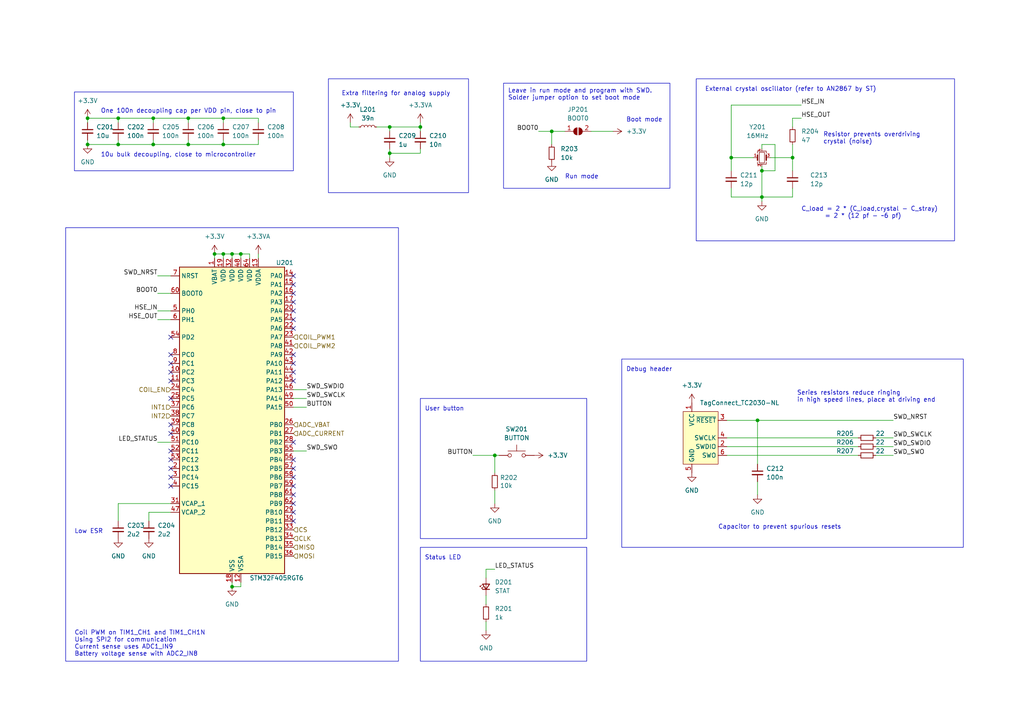
<source format=kicad_sch>
(kicad_sch (version 20230121) (generator eeschema)
  (paper "A4")
  (lib_symbols
    (symbol "Connector:Conn_ARM_SWD_TagConnect_TC2030-NL" (in_bom no)
      (property "Reference" "J" (at 2.54 11.43 0))
      (property "Value" "Conn_ARM_SWD_TagConnect_TC2030-NL" (at 2.54 8.89 0))
      (symbol "Conn_ARM_SWD_TagConnect_TC2030-NL_0_0"
        (pin power_in line (at -2.54 10.16 270) (length 2.54) (name "VCC") (number "1"))
        (pin bidirectional line (at 7.62 -2.54 180) (length 2.54) (name "SWDIO") (number "2"))
        (pin open_collector line (at 7.62 5.08 180) (length 2.54) (name "~{RESET}") (number "3"))
        (pin output line (at 7.62 0 180) (length 2.54) (name "SWCLK") (number "4"))
        (pin power_in line (at -2.54 -10.16 90) (length 2.54) (name "GND") (number "5"))
        (pin input line (at 7.62 -5.08 180) (length 2.54) (name "SWO") (number "6"))
      )
      (symbol "Conn_ARM_SWD_TagConnect_TC2030-NL_0_1"
        (rectangle (start -5.08 7.62) (end 5.08 -7.62) (fill (type background)))
      )
    )
    (symbol "Device:C_Small" (pin_numbers hide) (pin_names (offset 0.254) hide)
      (property "Reference" "C" (at 0.254 1.778 0))
      (property "Value" "C_Small" (at 0.254 -2.032 0))
      (symbol "C_Small_0_1"
        (polyline (pts (xy -1.524 -0.508) (xy 1.524 -0.508)) (stroke (width 0.3302)))
        (polyline (pts (xy -1.524 0.508) (xy 1.524 0.508)) (stroke (width 0.3048)))
      )
      (symbol "C_Small_1_1"
        (pin passive line (at 0 2.54 270) (length 2.032) (name "~") (number "1"))
        (pin passive line (at 0 -2.54 90) (length 2.032) (name "~") (number "2"))
      )
    )
    (symbol "Device:Crystal_GND24_Small" (pin_names (offset 1.016) hide)
      (property "Reference" "Y" (at 1.27 4.445 0))
      (property "Value" "Crystal_GND24_Small" (at 1.27 2.54 0))
      (symbol "Crystal_GND24_Small_0_1"
        (rectangle (start -0.762 -1.524) (end 0.762 1.524))
        (polyline (pts (xy -1.27 -0.762) (xy -1.27 0.762)) (stroke (width 0.381)))
        (polyline (pts (xy 1.27 -0.762) (xy 1.27 0.762)) (stroke (width 0.381)))
        (polyline (pts (xy -1.27 -1.27) (xy -1.27 -1.905) (xy 1.27 -1.905) (xy 1.27 -1.27)))
        (polyline (pts (xy -1.27 1.27) (xy -1.27 1.905) (xy 1.27 1.905) (xy 1.27 1.27)))
      )
      (symbol "Crystal_GND24_Small_1_1"
        (pin passive line (at -2.54 0 0) (length 1.27) (name "1") (number "1"))
        (pin passive line (at 0 -2.54 90) (length 0.635) (name "2") (number "2"))
        (pin passive line (at 2.54 0 180) (length 1.27) (name "3") (number "3"))
        (pin passive line (at 0 2.54 270) (length 0.635) (name "4") (number "4"))
      )
    )
    (symbol "Device:LED_Small" (pin_numbers hide) (pin_names (offset 0.254) hide)
      (property "Reference" "D" (at -1.27 3.175 0))
      (property "Value" "LED_Small" (at -4.445 -2.54 0))
      (symbol "LED_Small_0_1"
        (polyline (pts (xy -0.762 -1.016) (xy -0.762 1.016)) (stroke (width 0.254)))
        (polyline (pts (xy 1.016 0) (xy -0.762 0)))
        (polyline (pts (xy 0.762 -1.016) (xy -0.762 0) (xy 0.762 1.016) (xy 0.762 -1.016)) (stroke (width 0.254)))
        (polyline (pts (xy 0 0.762) (xy -0.508 1.27) (xy -0.254 1.27) (xy -0.508 1.27) (xy -0.508 1.016)))
        (polyline (pts (xy 0.508 1.27) (xy 0 1.778) (xy 0.254 1.778) (xy 0 1.778) (xy 0 1.524)))
      )
      (symbol "LED_Small_1_1"
        (pin passive line (at -2.54 0 0) (length 1.778) (name "K") (number "1"))
        (pin passive line (at 2.54 0 180) (length 1.778) (name "A") (number "2"))
      )
    )
    (symbol "Device:L_Small" (pin_numbers hide) (pin_names (offset 0.254) hide)
      (property "Reference" "L" (at 0.762 1.016 0))
      (property "Value" "L_Small" (at 0.762 -1.016 0))
      (symbol "L_Small_0_1"
        (arc (start 0 -2.032) (mid 0.5058 -1.524) (end 0 -1.016))
        (arc (start 0 -1.016) (mid 0.5058 -0.508) (end 0 0))
        (arc (start 0 0) (mid 0.5058 0.508) (end 0 1.016))
        (arc (start 0 1.016) (mid 0.5058 1.524) (end 0 2.032))
      )
      (symbol "L_Small_1_1"
        (pin passive line (at 0 2.54 270) (length 0.508) (name "~") (number "1"))
        (pin passive line (at 0 -2.54 90) (length 0.508) (name "~") (number "2"))
      )
    )
    (symbol "Device:R_Small" (pin_numbers hide) (pin_names (offset 0.254) hide)
      (property "Reference" "R" (at 0.762 0.508 0))
      (property "Value" "R_Small" (at 0.762 -1.016 0))
      (symbol "R_Small_0_1"
        (rectangle (start -0.762 1.778) (end 0.762 -1.778) (stroke (width 0.2032)))
      )
      (symbol "R_Small_1_1"
        (pin passive line (at 0 2.54 270) (length 0.762) (name "~") (number "1"))
        (pin passive line (at 0 -2.54 90) (length 0.762) (name "~") (number "2"))
      )
    )
    (symbol "Jumper:SolderJumper_2_Open" (pin_names (offset 0) hide)
      (property "Reference" "JP" (at 0 2.032 0))
      (property "Value" "SolderJumper_2_Open" (at 0 -2.54 0))
      (symbol "SolderJumper_2_Open_0_1"
        (arc (start -0.254 1.016) (mid -1.2656 0) (end -0.254 -1.016))
        (arc (start -0.254 1.016) (mid -1.2656 0) (end -0.254 -1.016) (fill (type outline)))
        (polyline (pts (xy -0.254 1.016) (xy -0.254 -1.016)))
        (polyline (pts (xy 0.254 1.016) (xy 0.254 -1.016)))
        (arc (start 0.254 -1.016) (mid 1.2656 0) (end 0.254 1.016))
        (arc (start 0.254 -1.016) (mid 1.2656 0) (end 0.254 1.016) (fill (type outline)))
      )
      (symbol "SolderJumper_2_Open_1_1"
        (pin passive line (at -3.81 0 0) (length 2.54) (name "A") (number "1"))
        (pin passive line (at 3.81 0 180) (length 2.54) (name "B") (number "2"))
      )
    )
    (symbol "MCU_ST_STM32F4:STM32F405RGTx"
      (property "Reference" "U" (at -15.24 46.99 0))
      (property "Value" "STM32F405RGTx" (at 10.16 46.99 0))
      (symbol "STM32F405RGTx_0_1"
        (rectangle (start -15.24 -43.18) (end 15.24 45.72) (stroke (width 0.254)) (fill (type background)))
      )
      (symbol "STM32F405RGTx_1_1"
        (pin power_in line (at -5.08 48.26 270) (length 2.54) (name "VBAT") (number "1"))
        (pin bidirectional line (at -17.78 15.24 0) (length 2.54) (name "PC2") (number "10"))
        (pin bidirectional line (at -17.78 12.7 0) (length 2.54) (name "PC3") (number "11"))
        (pin power_in line (at 2.54 -45.72 90) (length 2.54) (name "VSSA") (number "12"))
        (pin power_in line (at 7.62 48.26 270) (length 2.54) (name "VDDA") (number "13"))
        (pin bidirectional line (at 17.78 43.18 180) (length 2.54) (name "PA0") (number "14"))
        (pin bidirectional line (at 17.78 40.64 180) (length 2.54) (name "PA1") (number "15"))
        (pin bidirectional line (at 17.78 38.1 180) (length 2.54) (name "PA2") (number "16"))
        (pin bidirectional line (at 17.78 35.56 180) (length 2.54) (name "PA3") (number "17"))
        (pin power_in line (at 0 -45.72 90) (length 2.54) (name "VSS") (number "18"))
        (pin power_in line (at -2.54 48.26 270) (length 2.54) (name "VDD") (number "19"))
        (pin bidirectional line (at -17.78 -12.7 0) (length 2.54) (name "PC13") (number "2"))
        (pin bidirectional line (at 17.78 33.02 180) (length 2.54) (name "PA4") (number "20"))
        (pin bidirectional line (at 17.78 30.48 180) (length 2.54) (name "PA5") (number "21"))
        (pin bidirectional line (at 17.78 27.94 180) (length 2.54) (name "PA6") (number "22"))
        (pin bidirectional line (at 17.78 25.4 180) (length 2.54) (name "PA7") (number "23"))
        (pin bidirectional line (at -17.78 10.16 0) (length 2.54) (name "PC4") (number "24"))
        (pin bidirectional line (at -17.78 7.62 0) (length 2.54) (name "PC5") (number "25"))
        (pin bidirectional line (at 17.78 0 180) (length 2.54) (name "PB0") (number "26"))
        (pin bidirectional line (at 17.78 -2.54 180) (length 2.54) (name "PB1") (number "27"))
        (pin bidirectional line (at 17.78 -5.08 180) (length 2.54) (name "PB2") (number "28"))
        (pin bidirectional line (at 17.78 -25.4 180) (length 2.54) (name "PB10") (number "29"))
        (pin bidirectional line (at -17.78 -15.24 0) (length 2.54) (name "PC14") (number "3"))
        (pin bidirectional line (at 17.78 -27.94 180) (length 2.54) (name "PB11") (number "30"))
        (pin power_out line (at -17.78 -22.86 0) (length 2.54) (name "VCAP_1") (number "31"))
        (pin power_in line (at 0 48.26 270) (length 2.54) (name "VDD") (number "32"))
        (pin bidirectional line (at 17.78 -30.48 180) (length 2.54) (name "PB12") (number "33"))
        (pin bidirectional line (at 17.78 -33.02 180) (length 2.54) (name "PB13") (number "34"))
        (pin bidirectional line (at 17.78 -35.56 180) (length 2.54) (name "PB14") (number "35"))
        (pin bidirectional line (at 17.78 -38.1 180) (length 2.54) (name "PB15") (number "36"))
        (pin bidirectional line (at -17.78 5.08 0) (length 2.54) (name "PC6") (number "37"))
        (pin bidirectional line (at -17.78 2.54 0) (length 2.54) (name "PC7") (number "38"))
        (pin bidirectional line (at -17.78 0 0) (length 2.54) (name "PC8") (number "39"))
        (pin bidirectional line (at -17.78 -17.78 0) (length 2.54) (name "PC15") (number "4"))
        (pin bidirectional line (at -17.78 -2.54 0) (length 2.54) (name "PC9") (number "40"))
        (pin bidirectional line (at 17.78 22.86 180) (length 2.54) (name "PA8") (number "41"))
        (pin bidirectional line (at 17.78 20.32 180) (length 2.54) (name "PA9") (number "42"))
        (pin bidirectional line (at 17.78 17.78 180) (length 2.54) (name "PA10") (number "43"))
        (pin bidirectional line (at 17.78 15.24 180) (length 2.54) (name "PA11") (number "44"))
        (pin bidirectional line (at 17.78 12.7 180) (length 2.54) (name "PA12") (number "45"))
        (pin bidirectional line (at 17.78 10.16 180) (length 2.54) (name "PA13") (number "46"))
        (pin power_out line (at -17.78 -25.4 0) (length 2.54) (name "VCAP_2") (number "47"))
        (pin power_in line (at 2.54 48.26 270) (length 2.54) (name "VDD") (number "48"))
        (pin bidirectional line (at 17.78 7.62 180) (length 2.54) (name "PA14") (number "49"))
        (pin bidirectional line (at -17.78 33.02 0) (length 2.54) (name "PH0") (number "5"))
        (pin bidirectional line (at 17.78 5.08 180) (length 2.54) (name "PA15") (number "50"))
        (pin bidirectional line (at -17.78 -5.08 0) (length 2.54) (name "PC10") (number "51"))
        (pin bidirectional line (at -17.78 -7.62 0) (length 2.54) (name "PC11") (number "52"))
        (pin bidirectional line (at -17.78 -10.16 0) (length 2.54) (name "PC12") (number "53"))
        (pin bidirectional line (at -17.78 25.4 0) (length 2.54) (name "PD2") (number "54"))
        (pin bidirectional line (at 17.78 -7.62 180) (length 2.54) (name "PB3") (number "55"))
        (pin bidirectional line (at 17.78 -10.16 180) (length 2.54) (name "PB4") (number "56"))
        (pin bidirectional line (at 17.78 -12.7 180) (length 2.54) (name "PB5") (number "57"))
        (pin bidirectional line (at 17.78 -15.24 180) (length 2.54) (name "PB6") (number "58"))
        (pin bidirectional line (at 17.78 -17.78 180) (length 2.54) (name "PB7") (number "59"))
        (pin bidirectional line (at -17.78 30.48 0) (length 2.54) (name "PH1") (number "6"))
        (pin input line (at -17.78 38.1 0) (length 2.54) (name "BOOT0") (number "60"))
        (pin bidirectional line (at 17.78 -20.32 180) (length 2.54) (name "PB8") (number "61"))
        (pin bidirectional line (at 17.78 -22.86 180) (length 2.54) (name "PB9") (number "62"))
        (pin passive line (at 0 -45.72 90) (length 2.54) hide (name "VSS") (number "63"))
        (pin power_in line (at 5.08 48.26 270) (length 2.54) (name "VDD") (number "64"))
        (pin input line (at -17.78 43.18 0) (length 2.54) (name "NRST") (number "7"))
        (pin bidirectional line (at -17.78 20.32 0) (length 2.54) (name "PC0") (number "8"))
        (pin bidirectional line (at -17.78 17.78 0) (length 2.54) (name "PC1") (number "9"))
      )
    )
    (symbol "Switch:SW_Push" (pin_numbers hide) (pin_names (offset 1.016) hide)
      (property "Reference" "SW" (at 1.27 2.54 0))
      (property "Value" "SW_Push" (at 0 -1.524 0))
      (symbol "SW_Push_0_1"
        (circle (center -2.032 0) (radius 0.508))
        (polyline (pts (xy 0 1.27) (xy 0 3.048)))
        (polyline (pts (xy 2.54 1.27) (xy -2.54 1.27)))
        (circle (center 2.032 0) (radius 0.508))
        (pin passive line (at -5.08 0 0) (length 2.54) (name "1") (number "1"))
        (pin passive line (at 5.08 0 180) (length 2.54) (name "2") (number "2"))
      )
    )
    (symbol "power:+3.3V" (power) (pin_names (offset 0))
      (property "Value" "+3.3V" (at 0 3.556 0))
      (symbol "+3.3V_0_1"
        (polyline (pts (xy -0.762 1.27) (xy 0 2.54)))
        (polyline (pts (xy 0 0) (xy 0 2.54)))
        (polyline (pts (xy 0 2.54) (xy 0.762 1.27)))
      )
      (symbol "+3.3V_1_1"
        (pin power_in line (at 0 0 90) (length 0) hide (name "+3.3V") (number "1"))
      )
    )
    (symbol "power:+3.3VA" (power) (pin_names (offset 0))
      (property "Value" "+3.3VA" (at 0 3.556 0))
      (symbol "+3.3VA_0_1"
        (polyline (pts (xy -0.762 1.27) (xy 0 2.54)))
        (polyline (pts (xy 0 0) (xy 0 2.54)))
        (polyline (pts (xy 0 2.54) (xy 0.762 1.27)))
      )
      (symbol "+3.3VA_1_1"
        (pin power_in line (at 0 0 90) (length 0) hide (name "+3.3VA") (number "1"))
      )
    )
    (symbol "power:GND" (power) (pin_names (offset 0))
      (property "Value" "GND" (at 0 -3.81 0))
      (symbol "GND_0_1"
        (polyline (pts (xy 0 0) (xy 0 -1.27) (xy 1.27 -1.27) (xy 0 -2.54) (xy -1.27 -1.27) (xy 0 -1.27)))
      )
      (symbol "GND_1_1"
        (pin power_in line (at 0 0 270) (length 0) hide (name "GND") (number "1"))
      )
    )
  )
  (junction (at 64.77 34.29))
  (junction (at 220.98 57.15))
  (junction (at 44.45 41.91))
  (junction (at 69.85 73.66))
  (junction (at 25.4 34.29))
  (junction (at 229.87 45.72))
  (junction (at 34.29 34.29))
  (junction (at 113.03 36.83))
  (junction (at 121.92 36.83))
  (junction (at 64.77 41.91))
  (junction (at 62.23 73.66))
  (junction (at 220.98 49.53))
  (junction (at 219.71 121.92))
  (junction (at 67.31 170.18))
  (junction (at 67.31 73.66))
  (junction (at 25.4 41.91))
  (junction (at 34.29 41.91))
  (junction (at 143.51 132.08))
  (junction (at 113.03 44.45))
  (junction (at 160.02 38.1))
  (junction (at 212.09 45.72))
  (junction (at 54.61 41.91))
  (junction (at 44.45 34.29))
  (junction (at 54.61 34.29))
  (junction (at 64.77 73.66))
  (no_connect (at 49.53 110.49))
  (no_connect (at 49.53 105.41))
  (no_connect (at 85.09 148.59))
  (no_connect (at 85.09 151.13))
  (no_connect (at 85.09 95.25))
  (no_connect (at 49.53 140.97))
  (no_connect (at 85.09 105.41))
  (no_connect (at 49.53 123.19))
  (no_connect (at 85.09 138.43))
  (no_connect (at 49.53 130.81))
  (no_connect (at 85.09 140.97))
  (no_connect (at 49.53 102.87))
  (no_connect (at 85.09 146.05))
  (no_connect (at 85.09 143.51))
  (no_connect (at 85.09 102.87))
  (no_connect (at 85.09 90.17))
  (no_connect (at 85.09 85.09))
  (no_connect (at 85.09 135.89))
  (no_connect (at 49.53 125.73))
  (no_connect (at 85.09 82.55))
  (no_connect (at 85.09 133.35))
  (no_connect (at 85.09 92.71))
  (no_connect (at 49.53 135.89))
  (no_connect (at 85.09 110.49))
  (no_connect (at 49.53 107.95))
  (no_connect (at 49.53 138.43))
  (no_connect (at 49.53 115.57))
  (no_connect (at 85.09 87.63))
  (no_connect (at 49.53 133.35))
  (no_connect (at 85.09 80.01))
  (no_connect (at 85.09 128.27))
  (no_connect (at 85.09 107.95))
  (no_connect (at 49.53 97.79))
  (wire (pts (xy 43.18 151.13) (xy 43.18 148.59)))
  (wire (pts (xy 140.97 165.1) (xy 143.51 165.1)))
  (wire (pts (xy 160.02 38.1) (xy 160.02 41.91)))
  (wire (pts (xy 54.61 41.91) (xy 64.77 41.91)))
  (wire (pts (xy 54.61 34.29) (xy 54.61 35.56)))
  (wire (pts (xy 69.85 170.18) (xy 67.31 170.18)))
  (wire (pts (xy 229.87 34.29) (xy 232.41 34.29)))
  (wire (pts (xy 74.93 34.29) (xy 74.93 35.56)))
  (wire (pts (xy 259.08 132.08) (xy 254 132.08)))
  (wire (pts (xy 212.09 30.48) (xy 212.09 45.72)))
  (wire (pts (xy 45.72 80.01) (xy 49.53 80.01)))
  (wire (pts (xy 62.23 73.66) (xy 64.77 73.66)))
  (wire (pts (xy 223.52 45.72) (xy 229.87 45.72)))
  (wire (pts (xy 140.97 172.72) (xy 140.97 175.26)))
  (wire (pts (xy 67.31 73.66) (xy 69.85 73.66)))
  (wire (pts (xy 69.85 73.66) (xy 72.39 73.66)))
  (wire (pts (xy 212.09 57.15) (xy 212.09 54.61)))
  (wire (pts (xy 34.29 146.05) (xy 34.29 151.13)))
  (wire (pts (xy 224.79 41.91) (xy 224.79 49.53)))
  (wire (pts (xy 220.98 49.53) (xy 220.98 57.15)))
  (wire (pts (xy 212.09 45.72) (xy 218.44 45.72)))
  (wire (pts (xy 64.77 41.91) (xy 64.77 40.64)))
  (wire (pts (xy 45.72 90.17) (xy 49.53 90.17)))
  (wire (pts (xy 64.77 34.29) (xy 64.77 35.56)))
  (wire (pts (xy 101.6 36.83) (xy 104.14 36.83)))
  (wire (pts (xy 232.41 30.48) (xy 212.09 30.48)))
  (wire (pts (xy 113.03 36.83) (xy 121.92 36.83)))
  (wire (pts (xy 34.29 34.29) (xy 34.29 35.56)))
  (wire (pts (xy 259.08 127) (xy 254 127)))
  (wire (pts (xy 25.4 34.29) (xy 25.4 35.56)))
  (wire (pts (xy 34.29 34.29) (xy 44.45 34.29)))
  (wire (pts (xy 210.82 129.54) (xy 248.92 129.54)))
  (wire (pts (xy 85.09 118.11) (xy 88.9 118.11)))
  (wire (pts (xy 88.9 113.03) (xy 85.09 113.03)))
  (wire (pts (xy 224.79 49.53) (xy 220.98 49.53)))
  (wire (pts (xy 140.97 180.34) (xy 140.97 182.88)))
  (wire (pts (xy 121.92 43.18) (xy 121.92 44.45)))
  (wire (pts (xy 121.92 44.45) (xy 113.03 44.45)))
  (wire (pts (xy 34.29 41.91) (xy 44.45 41.91)))
  (wire (pts (xy 220.98 43.18) (xy 220.98 41.91)))
  (wire (pts (xy 229.87 45.72) (xy 229.87 49.53)))
  (wire (pts (xy 88.9 130.81) (xy 85.09 130.81)))
  (wire (pts (xy 220.98 41.91) (xy 224.79 41.91)))
  (wire (pts (xy 64.77 41.91) (xy 74.93 41.91)))
  (wire (pts (xy 229.87 36.83) (xy 229.87 34.29)))
  (wire (pts (xy 45.72 85.09) (xy 49.53 85.09)))
  (wire (pts (xy 219.71 139.7) (xy 219.71 143.51)))
  (wire (pts (xy 113.03 44.45) (xy 113.03 45.72)))
  (wire (pts (xy 219.71 121.92) (xy 259.08 121.92)))
  (wire (pts (xy 74.93 41.91) (xy 74.93 40.64)))
  (wire (pts (xy 25.4 34.29) (xy 34.29 34.29)))
  (wire (pts (xy 109.22 36.83) (xy 113.03 36.83)))
  (wire (pts (xy 101.6 35.56) (xy 101.6 36.83)))
  (wire (pts (xy 54.61 41.91) (xy 54.61 40.64)))
  (wire (pts (xy 34.29 41.91) (xy 34.29 40.64)))
  (wire (pts (xy 45.72 128.27) (xy 49.53 128.27)))
  (wire (pts (xy 212.09 49.53) (xy 212.09 45.72)))
  (wire (pts (xy 143.51 132.08) (xy 144.78 132.08)))
  (wire (pts (xy 25.4 41.91) (xy 34.29 41.91)))
  (wire (pts (xy 121.92 35.56) (xy 121.92 36.83)))
  (wire (pts (xy 74.93 73.66) (xy 74.93 74.93)))
  (wire (pts (xy 72.39 74.93) (xy 72.39 73.66)))
  (wire (pts (xy 64.77 34.29) (xy 74.93 34.29)))
  (wire (pts (xy 44.45 34.29) (xy 54.61 34.29)))
  (wire (pts (xy 67.31 73.66) (xy 67.31 74.93)))
  (wire (pts (xy 219.71 121.92) (xy 219.71 134.62)))
  (wire (pts (xy 210.82 121.92) (xy 219.71 121.92)))
  (wire (pts (xy 44.45 41.91) (xy 54.61 41.91)))
  (wire (pts (xy 229.87 54.61) (xy 229.87 57.15)))
  (wire (pts (xy 62.23 73.66) (xy 62.23 74.93)))
  (wire (pts (xy 69.85 168.91) (xy 69.85 170.18)))
  (wire (pts (xy 64.77 73.66) (xy 64.77 74.93)))
  (wire (pts (xy 64.77 73.66) (xy 67.31 73.66)))
  (wire (pts (xy 43.18 148.59) (xy 49.53 148.59)))
  (wire (pts (xy 113.03 43.18) (xy 113.03 44.45)))
  (wire (pts (xy 113.03 36.83) (xy 113.03 38.1)))
  (wire (pts (xy 25.4 40.64) (xy 25.4 41.91)))
  (wire (pts (xy 210.82 127) (xy 248.92 127)))
  (wire (pts (xy 67.31 168.91) (xy 67.31 170.18)))
  (wire (pts (xy 220.98 48.26) (xy 220.98 49.53)))
  (wire (pts (xy 143.51 146.05) (xy 143.51 142.24)))
  (wire (pts (xy 88.9 115.57) (xy 85.09 115.57)))
  (wire (pts (xy 229.87 41.91) (xy 229.87 45.72)))
  (wire (pts (xy 171.45 38.1) (xy 177.8 38.1)))
  (wire (pts (xy 220.98 57.15) (xy 212.09 57.15)))
  (wire (pts (xy 49.53 146.05) (xy 34.29 146.05)))
  (wire (pts (xy 160.02 38.1) (xy 163.83 38.1)))
  (wire (pts (xy 156.21 38.1) (xy 160.02 38.1)))
  (wire (pts (xy 44.45 41.91) (xy 44.45 40.64)))
  (wire (pts (xy 137.16 132.08) (xy 143.51 132.08)))
  (wire (pts (xy 229.87 57.15) (xy 220.98 57.15)))
  (wire (pts (xy 143.51 132.08) (xy 143.51 137.16)))
  (wire (pts (xy 45.72 92.71) (xy 49.53 92.71)))
  (wire (pts (xy 210.82 132.08) (xy 248.92 132.08)))
  (wire (pts (xy 44.45 34.29) (xy 44.45 35.56)))
  (wire (pts (xy 121.92 36.83) (xy 121.92 38.1)))
  (wire (pts (xy 220.98 57.15) (xy 220.98 58.42)))
  (wire (pts (xy 140.97 167.64) (xy 140.97 165.1)))
  (wire (pts (xy 69.85 73.66) (xy 69.85 74.93)))
  (wire (pts (xy 54.61 34.29) (xy 64.77 34.29)))
  (wire (pts (xy 259.08 129.54) (xy 254 129.54)))
  (rectangle (start 201.93 22.86) (end 276.86 69.85))
  (rectangle (start 121.92 158.75) (end 170.18 191.77))
  (rectangle (start 21.59 26.67) (end 85.09 49.53))
  (rectangle (start 121.92 115.57) (end 170.18 156.21))
  (rectangle (start 19.05 66.04) (end 115.57 191.77))
  (rectangle (start 146.05 24.13) (end 194.31 54.61))
  (rectangle (start 180.34 104.14) (end 279.4 158.75))
  (rectangle (start 95.25 22.86) (end 135.89 55.88))
  (text "C_load = 2 * (C_load,crystal - C_stray) \n       = 2 * (12 pf - ~6 pf)" (at 232.41 63.5 0) (effects (font (size 1.27 1.27)) (justify left bottom)))
  (text "Debug header" (at 181.61 107.95 0) (effects (font (size 1.27 1.27)) (justify left bottom)))
  (text "Leave in run mode and program with SWD.\nSolder jumper option to set boot mode" (at 147.32 29.21 0) (effects (font (size 1.27 1.27)) (justify left bottom)))
  (text "User button" (at 123.19 119.38 0) (effects (font (size 1.27 1.27)) (justify left bottom)))
  (text "One 100n decoupling cap per VDD pin, close to pin" (at 29.21 33.02 0) (effects (font (size 1.27 1.27)) (justify left bottom)))
  (text "Low ESR\n" (at 21.59 154.94 0) (effects (font (size 1.27 1.27)) (justify left bottom)))
  (text "Boot mode\n" (at 181.61 35.56 0) (effects (font (size 1.27 1.27)) (justify left bottom)))
  (text "Status LED" (at 123.19 162.56 0) (effects (font (size 1.27 1.27)) (justify left bottom)))
  (text "Extra filtering for analog supply" (at 99.06 27.94 0) (effects (font (size 1.27 1.27)) (justify left bottom)))
  (text "Capacitor to prevent spurious resets" (at 208.28 153.67 0) (effects (font (size 1.27 1.27)) (justify left bottom)))
  (text "Run mode" (at 163.83 52.07 0) (effects (font (size 1.27 1.27)) (justify left bottom)))
  (text "10u bulk decoupling, close to microcontroller" (at 29.21 45.72 0) (effects (font (size 1.27 1.27)) (justify left bottom)))
  (text "External crystal oscillator (refer to AN2867 by ST)\n" (at 204.47 26.67 0) (effects (font (size 1.27 1.27)) (justify left bottom)))
  (text "Coil PWM on TIM1_CH1 and TIM1_CH1N\nUsing SPI2 for communication\nCurrent sense uses ADC1_IN9\nBattery voltage sense with ADC2_IN8" (at 21.59 190.5 0) (effects (font (size 1.27 1.27)) (justify left bottom)))
  (text "Series resistors reduce ringing \nin high speed lines, place at driving end\n" (at 231.14 116.84 0) (effects (font (size 1.27 1.27)) (justify left bottom)))
  (text "Resistor prevents overdriving \ncrystal (noise)" (at 238.76 41.91 0) (effects (font (size 1.27 1.27)) (justify left bottom)))
  (label "BOOT0" (at 45.72 85.09 180))
  (label "HSE_OUT" (at 232.41 34.29 0))
  (label "BUTTON" (at 88.9 118.11 0))
  (label "SWD_SWCLK" (at 88.9 115.57 0))
  (label "SWD_SWDIO" (at 88.9 113.03 0))
  (label "BUTTON" (at 137.16 132.08 180))
  (label "HSE_IN" (at 45.72 90.17 180))
  (label "LED_STATUS" (at 143.51 165.1 0))
  (label "SWD_SWO" (at 259.08 132.08 0))
  (label "SWD_SWO" (at 88.9 130.81 0))
  (label "HSE_IN" (at 232.41 30.48 0))
  (label "HSE_OUT" (at 45.72 92.71 180))
  (label "SWD_SWDIO" (at 259.08 129.54 0))
  (label "BOOT0" (at 156.21 38.1 180))
  (label "SWD_SWCLK" (at 259.08 127 0))
  (label "LED_STATUS" (at 45.72 128.27 180))
  (label "SWD_NRST" (at 259.08 121.92 0))
  (label "SWD_NRST" (at 45.72 80.01 180))
  (hierarchical_label "COIL_PWM1" (shape input) (at 85.09 97.79 0))
  (hierarchical_label "COIL_PWM2" (shape input) (at 85.09 100.33 0))
  (hierarchical_label "COIL_EN" (shape input) (at 49.53 113.03 180))
  (hierarchical_label "MOSI" (shape input) (at 85.09 161.29 0))
  (hierarchical_label "INT2" (shape input) (at 49.53 120.65 180))
  (hierarchical_label "INT1" (shape input) (at 49.53 118.11 180))
  (hierarchical_label "ADC_VBAT" (shape input) (at 85.09 123.19 0))
  (hierarchical_label "CS" (shape input) (at 85.09 153.67 0))
  (hierarchical_label "MISO" (shape input) (at 85.09 158.75 0))
  (hierarchical_label "CLK" (shape input) (at 85.09 156.21 0))
  (hierarchical_label "ADC_CURRENT" (shape input) (at 85.09 125.73 0))
  (symbol (lib_id "Device:C_Small") (at 229.87 52.07 0) (unit 1)
    (property "Reference" "C213" (at 234.95 50.8063 0) (effects (justify left)))
    (property "Value" "12p" (at 234.95 53.3463 0) (effects (justify left)))
    (property "Footprint" "Capacitor_SMD:C_0402_1005Metric" (effects hide))
    (property "LCSC" "C1547" (effects hide))
    (instances (project "ActiveImpactor_Power" (path "" (reference "C213") (unit 1))) (project "AccelerometerEval" (path "" (reference "C18") (unit 1)) (path "" (reference "C313") (unit 1))))
  )
  (symbol (lib_id "Jumper:SolderJumper_2_Open") (at 167.64 38.1 0) (unit 1) (in_bom no)
    (property "Reference" "JP201" (at 167.64 31.75 0))
    (property "Value" "BOOT0" (at 167.64 34.29 0))
    (property "Footprint" "Jumper:SolderJumper-2_P1.3mm_Open_RoundedPad1.0x1.5mm" (effects hide))
    (instances (project "ActiveImpactor_Power" (path "" (reference "JP201") (unit 1))) (project "AccelerometerEval" (path "" (reference "JP301") (unit 1))))
  )
  (symbol (lib_id "power:GND") (at 219.71 143.51 0) (unit 1)
    (property "Reference" "#PWR0218" (effects hide))
    (property "Value" "GND" (at 219.71 148.59 0))
    (instances (project "ActiveImpactor_Power" (path "" (reference "#PWR0218") (unit 1))) (project "AccelerometerEval" (path "" (reference "#PWR030") (unit 1)) (path "" (reference "#PWR0319") (unit 1))))
  )
  (symbol (lib_id "Device:LED_Small") (at 140.97 170.18 90) (unit 1)
    (property "Reference" "D201" (at 143.51 168.8465 90) (effects (justify right)))
    (property "Value" "STAT" (at 143.51 171.3865 90) (effects (justify right)))
    (property "Footprint" "LED_SMD:LED_0603_1608Metric" (effects hide))
    (property "LCSC" "C84266" (effects hide))
    (instances (project "ActiveImpactor_Power" (path "" (reference "D201") (unit 1))) (project "AccelerometerEval" (path "" (reference "D12") (unit 1)) (path "" (reference "D301") (unit 1))))
  )
  (symbol (lib_id "Device:R_Small") (at 229.87 39.37 0) (unit 1)
    (property "Reference" "R204" (at 232.41 38.1 0) (effects (justify left)))
    (property "Value" "47" (at 232.41 40.64 0) (effects (justify left)))
    (property "Footprint" "Resistor_SMD:R_0402_1005Metric" (effects hide))
    (property "LCSC" "C25118" (effects hide))
    (instances (project "ActiveImpactor_Power" (path "" (reference "R204") (unit 1))) (project "AccelerometerEval" (path "" (reference "R14") (unit 1)) (path "" (reference "R304") (unit 1))))
  )
  (symbol (lib_id "power:+3.3V") (at 25.4 34.29 0) (unit 1)
    (property "Reference" "#PWR0201" (effects hide))
    (property "Value" "+3.3V" (at 25.4 29.21 0))
    (instances (project "ActiveImpactor_Power" (path "" (reference "#PWR0201") (unit 1))) (project "AccelerometerEval" (path "" (reference "#PWR027") (unit 1)) (path "" (reference "#PWR0301") (unit 1))))
  )
  (symbol (lib_id "Device:R_Small") (at 160.02 44.45 0) (unit 1)
    (property "Reference" "R203" (at 162.56 43.18 0) (effects (justify left)))
    (property "Value" "10k" (at 162.56 45.72 0) (effects (justify left)))
    (property "Footprint" "Resistor_SMD:R_0402_1005Metric" (effects hide))
    (property "LCSC" "C25744" (effects hide))
    (instances (project "ActiveImpactor_Power" (path "" (reference "R203") (unit 1))) (project "AccelerometerEval" (path "" (reference "R16") (unit 1)) (path "" (reference "R303") (unit 1))))
  )
  (symbol (lib_id "Device:C_Small") (at 64.77 38.1 0) (unit 1)
    (property "Reference" "C207" (at 67.31 36.8363 0) (effects (justify left)))
    (property "Value" "100n" (at 67.31 39.3763 0) (effects (justify left)))
    (property "Footprint" "Capacitor_SMD:C_0402_1005Metric" (effects hide))
    (property "LCSC" "C1525" (effects hide))
    (instances (project "ActiveImpactor_Power" (path "" (reference "C207") (unit 1))) (project "AccelerometerEval" (path "" (reference "C12") (unit 1)) (path "" (reference "C307") (unit 1))))
  )
  (symbol (lib_id "power:+3.3V") (at 62.23 73.66 0) (unit 1)
    (property "Reference" "#PWR0205" (effects hide))
    (property "Value" "+3.3V" (at 62.23 68.58 0))
    (instances (project "ActiveImpactor_Power" (path "" (reference "#PWR0205") (unit 1))) (project "AccelerometerEval" (path "" (reference "#PWR024") (unit 1)) (path "" (reference "#PWR0305") (unit 1))))
  )
  (symbol (lib_id "Device:C_Small") (at 212.09 52.07 0) (unit 1)
    (property "Reference" "C211" (at 214.63 50.8063 0) (effects (justify left)))
    (property "Value" "12p" (at 214.63 53.3463 0) (effects (justify left)))
    (property "Footprint" "Capacitor_SMD:C_0402_1005Metric" (effects hide))
    (property "LCSC" "C1547" (effects hide))
    (instances (project "ActiveImpactor_Power" (path "" (reference "C211") (unit 1))) (project "AccelerometerEval" (path "" (reference "C17") (unit 1)) (path "" (reference "C311") (unit 1))))
  )
  (symbol (lib_id "Device:C_Small") (at 34.29 38.1 0) (unit 1)
    (property "Reference" "C202" (at 36.83 36.8363 0) (effects (justify left)))
    (property "Value" "100n" (at 36.83 39.3763 0) (effects (justify left)))
    (property "Footprint" "Capacitor_SMD:C_0402_1005Metric" (effects hide))
    (property "LCSC" "C1525" (effects hide))
    (instances (project "ActiveImpactor_Power" (path "" (reference "C202") (unit 1))) (project "AccelerometerEval" (path "" (reference "C12") (unit 1)) (path "" (reference "C302") (unit 1))))
  )
  (symbol (lib_id "Device:R_Small") (at 140.97 177.8 0) (unit 1)
    (property "Reference" "R201" (at 143.51 176.53 0) (effects (justify left)))
    (property "Value" "1k" (at 143.51 179.07 0) (effects (justify left)))
    (property "Footprint" "Resistor_SMD:R_0402_1005Metric" (effects hide))
    (property "LCSC" "C11702" (effects hide))
    (instances (project "ActiveImpactor_Power" (path "" (reference "R201") (unit 1))) (project "AccelerometerEval" (path "" (reference "R15") (unit 1)) (path "" (reference "R301") (unit 1))))
  )
  (symbol (lib_id "power:GND") (at 43.18 156.21 0) (unit 1)
    (property "Reference" "#PWR0204" (effects hide))
    (property "Value" "GND" (at 43.18 161.29 0))
    (instances (project "ActiveImpactor_Power" (path "" (reference "#PWR0204") (unit 1))) (project "AccelerometerEval" (path "" (reference "#PWR023") (unit 1)) (path "" (reference "#PWR0304") (unit 1))))
  )
  (symbol (lib_id "power:+3.3V") (at 177.8 38.1 270) (unit 1)
    (property "Reference" "#PWR0215" (effects hide))
    (property "Value" "+3.3V" (at 181.61 38.1 90) (effects (justify left)))
    (instances (project "ActiveImpactor_Power" (path "" (reference "#PWR0215") (unit 1))) (project "AccelerometerEval" (path "" (reference "#PWR037") (unit 1)) (path "" (reference "#PWR0315") (unit 1))))
  )
  (symbol (lib_id "power:GND") (at 220.98 58.42 0) (unit 1)
    (property "Reference" "#PWR0219" (effects hide))
    (property "Value" "GND" (at 220.98 63.5 0))
    (instances (project "ActiveImpactor_Power" (path "" (reference "#PWR0219") (unit 1))) (project "AccelerometerEval" (path "" (reference "#PWR031") (unit 1)) (path "" (reference "#PWR0320") (unit 1))))
  )
  (symbol (lib_id "power:+3.3V") (at 200.66 116.84 0) (unit 1)
    (property "Reference" "#PWR0216" (effects hide))
    (property "Value" "+3.3V" (at 200.66 111.76 0))
    (instances (project "ActiveImpactor_Power" (path "" (reference "#PWR0216") (unit 1))) (project "AccelerometerEval" (path "" (reference "#PWR029") (unit 1)) (path "" (reference "#PWR0317") (unit 1))))
  )
  (symbol (lib_id "Switch:SW_Push") (at 149.86 132.08 0) (unit 1)
    (property "Reference" "SW201" (at 149.86 124.46 0))
    (property "Value" "BUTTON" (at 149.86 127 0))
    (property "Footprint" "Button_Switch_SMD:SW_Push_SPST_NO_Alps_SKRK" (effects hide))
    (property "LCSC" "C202388" (effects hide))
    (instances (project "ActiveImpactor_Power" (path "" (reference "SW201") (unit 1))) (project "AccelerometerEval" (path "" (reference "SW301") (unit 1))))
  )
  (symbol (lib_id "Device:R_Small") (at 251.46 129.54 270) (unit 1)
    (property "Reference" "R206" (at 245.11 128.27 90))
    (property "Value" "22" (at 255.27 128.27 90))
    (property "Footprint" "Resistor_SMD:R_0402_1005Metric" (effects hide))
    (property "LCSC" "C25092" (effects hide))
    (instances (project "ActiveImpactor_Power" (path "" (reference "R206") (unit 1))) (project "AccelerometerEval" (path "" (reference "R306") (unit 1))) (project "BluePhil" (path "" (reference "R206") (unit 1))))
  )
  (symbol (lib_id "Device:C_Small") (at 25.4 38.1 0) (unit 1)
    (property "Reference" "C201" (at 27.94 36.8363 0) (effects (justify left)))
    (property "Value" "10u" (at 27.94 39.3763 0) (effects (justify left)))
    (property "Footprint" "Capacitor_SMD:C_0603_1608Metric" (effects hide))
    (property "LCSC" "C19702" (effects hide))
    (instances (project "ActiveImpactor_Power" (path "" (reference "C201") (unit 1))) (project "AccelerometerEval" (path "" (reference "C11") (unit 1)) (path "" (reference "C301") (unit 1))))
  )
  (symbol (lib_id "power:+3.3V") (at 154.94 132.08 270) (unit 1)
    (property "Reference" "#PWR0213" (effects hide))
    (property "Value" "+3.3V" (at 158.75 132.08 90) (effects (justify left)))
    (instances (project "ActiveImpactor_Power" (path "" (reference "#PWR0213") (unit 1))) (project "AccelerometerEval" (path "" (reference "#PWR029") (unit 1)) (path "" (reference "#PWR0314") (unit 1))))
  )
  (symbol (lib_id "power:+3.3V") (at 101.6 35.56 0) (unit 1)
    (property "Reference" "#PWR0208" (effects hide))
    (property "Value" "+3.3V" (at 101.6 30.48 0))
    (instances (project "ActiveImpactor_Power" (path "" (reference "#PWR0208") (unit 1))) (project "AccelerometerEval" (path "" (reference "#PWR032") (unit 1)) (path "" (reference "#PWR0308") (unit 1))))
  )
  (symbol (lib_id "power:+3.3VA") (at 74.93 73.66 0) (unit 1)
    (property "Reference" "#PWR0207" (effects hide))
    (property "Value" "+3.3VA" (at 74.93 68.58 0))
    (instances (project "ActiveImpactor_Power" (path "" (reference "#PWR0207") (unit 1))) (project "AccelerometerEval" (path "" (reference "#PWR026") (unit 1)) (path "" (reference "#PWR0307") (unit 1))))
  )
  (symbol (lib_id "power:GND") (at 34.29 156.21 0) (unit 1)
    (property "Reference" "#PWR0203" (effects hide))
    (property "Value" "GND" (at 34.29 161.29 0))
    (instances (project "ActiveImpactor_Power" (path "" (reference "#PWR0203") (unit 1))) (project "AccelerometerEval" (path "" (reference "#PWR022") (unit 1)) (path "" (reference "#PWR0303") (unit 1))))
  )
  (symbol (lib_id "power:GND") (at 200.66 137.16 0) (unit 1)
    (property "Reference" "#PWR0217" (effects hide))
    (property "Value" "GND" (at 200.66 142.24 0))
    (instances (project "ActiveImpactor_Power" (path "" (reference "#PWR0217") (unit 1))) (project "AccelerometerEval" (path "" (reference "#PWR030") (unit 1)) (path "" (reference "#PWR0318") (unit 1))))
  )
  (symbol (lib_id "Device:Crystal_GND24_Small") (at 220.98 45.72 0) (unit 1)
    (property "Reference" "Y201" (at 219.71 36.83 0))
    (property "Value" "16MHz" (at 219.71 39.37 0))
    (property "Footprint" "Crystal:Crystal_SMD_3225-4Pin_3.2x2.5mm" (effects hide))
    (property "LCSC" "C13738" (effects hide))
    (instances (project "ActiveImpactor_Power" (path "" (reference "Y201") (unit 1))) (project "AccelerometerEval" (path "" (reference "Y1") (unit 1)) (path "" (reference "Y301") (unit 1))))
  )
  (symbol (lib_id "Device:C_Small") (at 219.71 137.16 0) (unit 1)
    (property "Reference" "C212" (at 222.25 135.8963 0) (effects (justify left)))
    (property "Value" "100n" (at 222.25 138.4363 0) (effects (justify left)))
    (property "Footprint" "Capacitor_SMD:C_0402_1005Metric" (effects hide))
    (property "LCSC" "C1525" (effects hide))
    (instances (project "ActiveImpactor_Power" (path "" (reference "C212") (unit 1))) (project "AccelerometerEval" (path "" (reference "C12") (unit 1)) (path "" (reference "C312") (unit 1))))
  )
  (symbol (lib_id "Device:C_Small") (at 74.93 38.1 0) (unit 1)
    (property "Reference" "C208" (at 77.47 36.8363 0) (effects (justify left)))
    (property "Value" "100n" (at 77.47 39.3763 0) (effects (justify left)))
    (property "Footprint" "Capacitor_SMD:C_0402_1005Metric" (effects hide))
    (property "LCSC" "C1525" (effects hide))
    (instances (project "ActiveImpactor_Power" (path "" (reference "C208") (unit 1))) (project "AccelerometerEval" (path "" (reference "C12") (unit 1)) (path "" (reference "C308") (unit 1))))
  )
  (symbol (lib_id "Device:C_Small") (at 44.45 38.1 0) (unit 1)
    (property "Reference" "C205" (at 46.99 36.8363 0) (effects (justify left)))
    (property "Value" "100n" (at 46.99 39.3763 0) (effects (justify left)))
    (property "Footprint" "Capacitor_SMD:C_0402_1005Metric" (effects hide))
    (property "LCSC" "C1525" (effects hide))
    (instances (project "ActiveImpactor_Power" (path "" (reference "C205") (unit 1))) (project "AccelerometerEval" (path "" (reference "C12") (unit 1)) (path "" (reference "C304") (unit 1))))
  )
  (symbol (lib_id "power:+3.3VA") (at 121.92 35.56 0) (unit 1)
    (property "Reference" "#PWR0210" (effects hide))
    (property "Value" "+3.3VA" (at 121.92 30.48 0))
    (instances (project "ActiveImpactor_Power" (path "" (reference "#PWR0210") (unit 1))) (project "AccelerometerEval" (path "" (reference "#PWR036") (unit 1)) (path "" (reference "#PWR0310") (unit 1))))
  )
  (symbol (lib_id "power:GND") (at 160.02 46.99 0) (unit 1)
    (property "Reference" "#PWR0214" (effects hide))
    (property "Value" "GND" (at 160.02 52.07 0))
    (instances (project "ActiveImpactor_Power" (path "" (reference "#PWR0214") (unit 1))) (project "AccelerometerEval" (path "" (reference "#PWR038") (unit 1)) (path "" (reference "#PWR0313") (unit 1))))
  )
  (symbol (lib_id "MCU_ST_STM32F4:STM32F405RGTx") (at 67.31 123.19 0) (unit 1)
    (property "Reference" "U201" (at 80.01 76.2 0) (effects (justify left)))
    (property "Value" "STM32F405RGT6" (at 72.39 167.64 0) (effects (justify left)))
    (property "Footprint" "Package_QFP:LQFP-64_10x10mm_P0.5mm" (effects hide))
    (property "Datasheet" "https://www.st.com/resource/en/datasheet/stm32f405rg.pdf" (effects hide))
    (property "LCSC" "C15742" (effects hide))
    (instances (project "ActiveImpactor_Power" (path "" (reference "U201") (unit 1))) (project "AccelerometerEval" (path "" (reference "U4") (unit 1)) (path "" (reference "U301") (unit 1))))
  )
  (symbol (lib_id "Device:C_Small") (at 43.18 153.67 0) (unit 1)
    (property "Reference" "C204" (at 45.72 152.4063 0) (effects (justify left)))
    (property "Value" "2u2" (at 45.72 154.9463 0) (effects (justify left)))
    (property "Footprint" "Capacitor_SMD:C_0603_1608Metric" (effects hide))
    (property "LCSC" "C23630" (effects hide))
    (instances (project "ActiveImpactor_Power" (path "" (reference "C204") (unit 1))) (project "AccelerometerEval" (path "" (reference "C10") (unit 1)) (path "" (reference "C305") (unit 1))))
  )
  (symbol (lib_id "Device:L_Small") (at 106.68 36.83 90) (unit 1)
    (property "Reference" "L201" (at 106.68 31.75 90))
    (property "Value" "39n" (at 106.68 34.29 90))
    (property "Footprint" "Inductor_SMD:L_0402_1005Metric" (effects hide))
    (property "LCSC" "C26443" (effects hide))
    (instances (project "ActiveImpactor_Power" (path "" (reference "L201") (unit 1))) (project "AccelerometerEval" (path "" (reference "L1") (unit 1)) (path "" (reference "L301") (unit 1))))
  )
  (symbol (lib_id "power:GND") (at 67.31 170.18 0) (unit 1)
    (property "Reference" "#PWR0206" (effects hide))
    (property "Value" "GND" (at 67.31 175.26 0))
    (instances (project "ActiveImpactor_Power" (path "" (reference "#PWR0206") (unit 1))) (project "AccelerometerEval" (path "" (reference "#PWR025") (unit 1)) (path "" (reference "#PWR0306") (unit 1))))
  )
  (symbol (lib_id "Device:C_Small") (at 54.61 38.1 0) (unit 1)
    (property "Reference" "C206" (at 57.15 36.8363 0) (effects (justify left)))
    (property "Value" "100n" (at 57.15 39.3763 0) (effects (justify left)))
    (property "Footprint" "Capacitor_SMD:C_0402_1005Metric" (effects hide))
    (property "LCSC" "C1525" (effects hide))
    (instances (project "ActiveImpactor_Power" (path "" (reference "C206") (unit 1))) (project "AccelerometerEval" (path "" (reference "C12") (unit 1)) (path "" (reference "C306") (unit 1))))
  )
  (symbol (lib_id "power:GND") (at 25.4 41.91 0) (unit 1)
    (property "Reference" "#PWR0202" (effects hide))
    (property "Value" "GND" (at 25.4 46.99 0))
    (instances (project "ActiveImpactor_Power" (path "" (reference "#PWR0202") (unit 1))) (project "AccelerometerEval" (path "" (reference "#PWR028") (unit 1)) (path "" (reference "#PWR0302") (unit 1))))
  )
  (symbol (lib_id "power:GND") (at 140.97 182.88 0) (unit 1)
    (property "Reference" "#PWR0211" (effects hide))
    (property "Value" "GND" (at 140.97 187.96 0))
    (instances (project "ActiveImpactor_Power" (path "" (reference "#PWR0211") (unit 1))) (project "AccelerometerEval" (path "" (reference "#PWR033") (unit 1)) (path "" (reference "#PWR0311") (unit 1))))
  )
  (symbol (lib_id "power:GND") (at 113.03 45.72 0) (unit 1)
    (property "Reference" "#PWR0209" (effects hide))
    (property "Value" "GND" (at 113.03 50.8 0))
    (instances (project "ActiveImpactor_Power" (path "" (reference "#PWR0209") (unit 1))) (project "AccelerometerEval" (path "" (reference "#PWR034") (unit 1)) (path "" (reference "#PWR0309") (unit 1))))
  )
  (symbol (lib_id "Device:R_Small") (at 251.46 132.08 270) (unit 1)
    (property "Reference" "R207" (at 245.11 130.81 90))
    (property "Value" "22" (at 255.27 130.81 90))
    (property "Footprint" "Resistor_SMD:R_0402_1005Metric" (effects hide))
    (property "LCSC" "C25092" (effects hide))
    (instances (project "ActiveImpactor_Power" (path "" (reference "R207") (unit 1))) (project "AccelerometerEval" (path "" (reference "R307") (unit 1))) (project "BluePhil" (path "" (reference "R206") (unit 1))))
  )
  (symbol (lib_id "power:GND") (at 143.51 146.05 0) (unit 1)
    (property "Reference" "#PWR0212" (effects hide))
    (property "Value" "GND" (at 143.51 151.13 0))
    (instances (project "ActiveImpactor_Power" (path "" (reference "#PWR0212") (unit 1))) (project "AccelerometerEval" (path "" (reference "#PWR0312") (unit 1))))
  )
  (symbol (lib_id "Device:C_Small") (at 121.92 40.64 0) (unit 1)
    (property "Reference" "C210" (at 124.46 39.3763 0) (effects (justify left)))
    (property "Value" "10n" (at 124.46 41.9163 0) (effects (justify left)))
    (property "Footprint" "Capacitor_SMD:C_0402_1005Metric" (effects hide))
    (property "LCSC" "C15195" (effects hide))
    (instances (project "ActiveImpactor_Power" (path "" (reference "C210") (unit 1))) (project "AccelerometerEval" (path "" (reference "C20") (unit 1)) (path "" (reference "C310") (unit 1))))
  )
  (symbol (lib_id "Device:C_Small") (at 34.29 153.67 0) (unit 1)
    (property "Reference" "C203" (at 36.83 152.4063 0) (effects (justify left)))
    (property "Value" "2u2" (at 36.83 154.9463 0) (effects (justify left)))
    (property "Footprint" "Capacitor_SMD:C_0603_1608Metric" (effects hide))
    (property "LCSC" "C23630" (effects hide))
    (instances (project "ActiveImpactor_Power" (path "" (reference "C203") (unit 1))) (project "AccelerometerEval" (path "" (reference "C9") (unit 1)) (path "" (reference "C303") (unit 1))))
  )
  (symbol (lib_id "Connector:Conn_ARM_SWD_TagConnect_TC2030-NL") (at 203.2 127 0) (unit 1) (in_bom no)
    (property "Reference" "J201" (effects hide))
    (property "Value" "TagConnect_TC2030-NL" (at 226.06 116.84 0) (effects (justify right)))
    (property "Footprint" "Connector:Tag-Connect_TC2030-IDC-NL_2x03_P1.27mm_Vertical" (effects hide))
    (property "Datasheet" "https://www.tag-connect.com/wp-content/uploads/bsk-pdf-manager/TC2030-CTX_1.pdf" (effects hide))
    (instances (project "ActiveImpactor_Power" (path "" (reference "J201") (unit 1))) (project "AccelerometerEval" (path "" (reference "J4") (unit 1)) (path "" (reference "J301") (unit 1))))
  )
  (symbol (lib_id "Device:R_Small") (at 251.46 127 270) (unit 1)
    (property "Reference" "R205" (at 245.11 125.73 90))
    (property "Value" "22" (at 255.27 125.73 90))
    (property "Footprint" "Resistor_SMD:R_0402_1005Metric" (effects hide))
    (property "LCSC" "C25092" (effects hide))
    (instances (project "ActiveImpactor_Power" (path "" (reference "R205") (unit 1))) (project "AccelerometerEval" (path "" (reference "R305") (unit 1))) (project "BluePhil" (path "" (reference "R206") (unit 1))))
  )
  (symbol (lib_id "Device:R_Small") (at 143.51 139.7 0) (unit 1)
    (property "Reference" "R202" (at 145.0086 138.5316 0) (effects (justify left)))
    (property "Value" "10k" (at 145.0086 140.843 0) (effects (justify left)))
    (property "Footprint" "Resistor_SMD:R_0402_1005Metric" (effects hide))
    (property "LCSC" "C25744" (effects hide))
    (instances (project "ActiveImpactor_Power" (path "" (reference "R202") (unit 1))) (project "BluePhil" (path "" (reference "R?") (unit 1)) (path "" (reference "R202") (unit 1))) (project "AccelerometerEval" (path "" (reference "R302") (unit 1))))
  )
  (symbol (lib_id "Device:C_Small") (at 113.03 40.64 0) (unit 1)
    (property "Reference" "C209" (at 115.57 39.3763 0) (effects (justify left)))
    (property "Value" "1u" (at 115.57 41.9163 0) (effects (justify left)))
    (property "Footprint" "Capacitor_SMD:C_0402_1005Metric" (effects hide))
    (property "LCSC" "C52923" (effects hide))
    (instances (project "ActiveImpactor_Power" (path "" (reference "C209") (unit 1))) (project "AccelerometerEval" (path "" (reference "C19") (unit 1)) (path "" (reference "C309") (unit 1))))
  )
)
</source>
